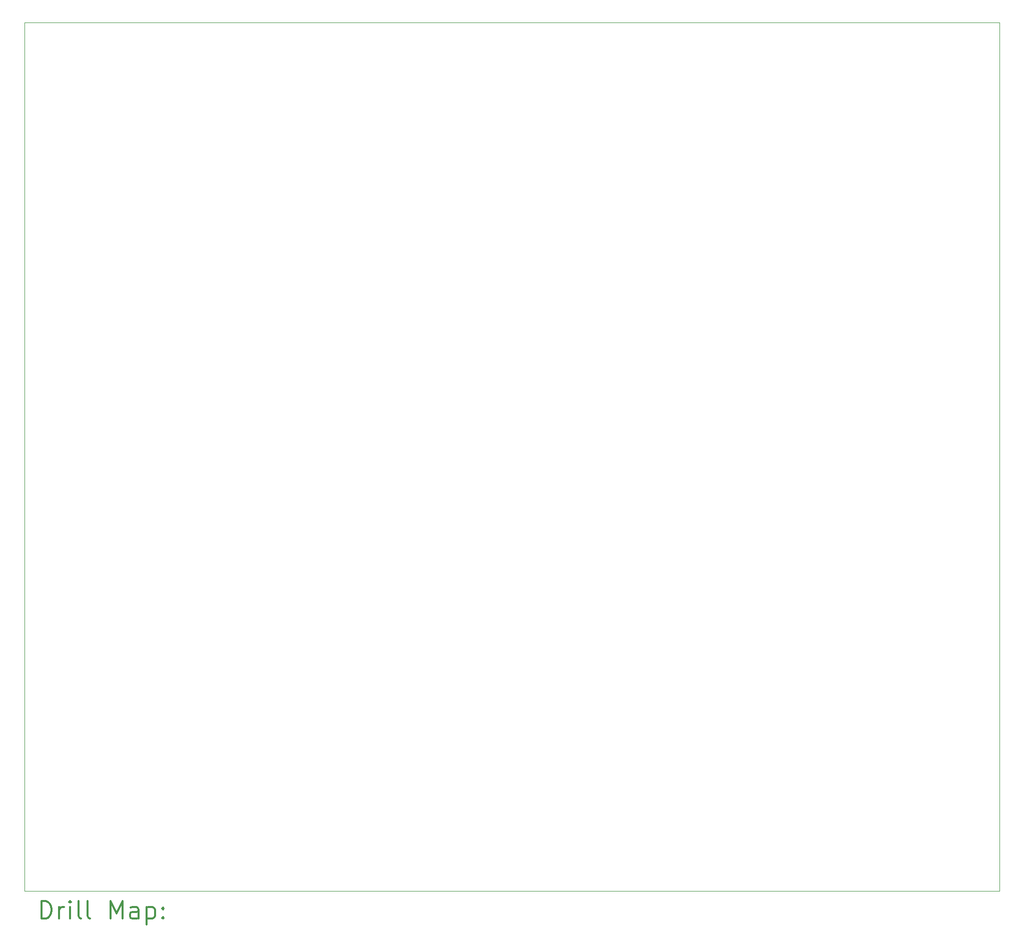
<source format=gbr>
%FSLAX45Y45*%
G04 Gerber Fmt 4.5, Leading zero omitted, Abs format (unit mm)*
G04 Created by KiCad (PCBNEW (5.1.10)-1) date 2021-07-20 10:53:30*
%MOMM*%
%LPD*%
G01*
G04 APERTURE LIST*
%TA.AperFunction,Profile*%
%ADD10C,0.100000*%
%TD*%
%ADD11C,0.200000*%
%ADD12C,0.300000*%
G04 APERTURE END LIST*
D10*
X24500000Y-4500000D02*
X24500000Y-19200000D01*
X8000000Y-4500000D02*
X24500000Y-4500000D01*
X8000000Y-19200000D02*
X8000000Y-4500000D01*
X24500000Y-19200000D02*
X8000000Y-19200000D01*
D11*
D12*
X8281428Y-19670714D02*
X8281428Y-19370714D01*
X8352857Y-19370714D01*
X8395714Y-19385000D01*
X8424286Y-19413572D01*
X8438571Y-19442143D01*
X8452857Y-19499286D01*
X8452857Y-19542143D01*
X8438571Y-19599286D01*
X8424286Y-19627857D01*
X8395714Y-19656429D01*
X8352857Y-19670714D01*
X8281428Y-19670714D01*
X8581428Y-19670714D02*
X8581428Y-19470714D01*
X8581428Y-19527857D02*
X8595714Y-19499286D01*
X8610000Y-19485000D01*
X8638571Y-19470714D01*
X8667143Y-19470714D01*
X8767143Y-19670714D02*
X8767143Y-19470714D01*
X8767143Y-19370714D02*
X8752857Y-19385000D01*
X8767143Y-19399286D01*
X8781428Y-19385000D01*
X8767143Y-19370714D01*
X8767143Y-19399286D01*
X8952857Y-19670714D02*
X8924286Y-19656429D01*
X8910000Y-19627857D01*
X8910000Y-19370714D01*
X9110000Y-19670714D02*
X9081428Y-19656429D01*
X9067143Y-19627857D01*
X9067143Y-19370714D01*
X9452857Y-19670714D02*
X9452857Y-19370714D01*
X9552857Y-19585000D01*
X9652857Y-19370714D01*
X9652857Y-19670714D01*
X9924286Y-19670714D02*
X9924286Y-19513572D01*
X9910000Y-19485000D01*
X9881428Y-19470714D01*
X9824286Y-19470714D01*
X9795714Y-19485000D01*
X9924286Y-19656429D02*
X9895714Y-19670714D01*
X9824286Y-19670714D01*
X9795714Y-19656429D01*
X9781428Y-19627857D01*
X9781428Y-19599286D01*
X9795714Y-19570714D01*
X9824286Y-19556429D01*
X9895714Y-19556429D01*
X9924286Y-19542143D01*
X10067143Y-19470714D02*
X10067143Y-19770714D01*
X10067143Y-19485000D02*
X10095714Y-19470714D01*
X10152857Y-19470714D01*
X10181428Y-19485000D01*
X10195714Y-19499286D01*
X10210000Y-19527857D01*
X10210000Y-19613572D01*
X10195714Y-19642143D01*
X10181428Y-19656429D01*
X10152857Y-19670714D01*
X10095714Y-19670714D01*
X10067143Y-19656429D01*
X10338571Y-19642143D02*
X10352857Y-19656429D01*
X10338571Y-19670714D01*
X10324286Y-19656429D01*
X10338571Y-19642143D01*
X10338571Y-19670714D01*
X10338571Y-19485000D02*
X10352857Y-19499286D01*
X10338571Y-19513572D01*
X10324286Y-19499286D01*
X10338571Y-19485000D01*
X10338571Y-19513572D01*
M02*

</source>
